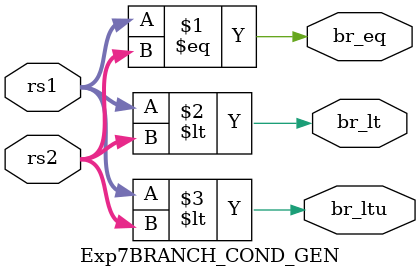
<source format=sv>
`timescale 1ns / 1ps


module Exp7BRANCH_COND_GEN #(parameter n = 32)(
    input [n-1:0] rs1,
    input [n-1:0] rs2,
    output br_eq,
    output br_lt,
    output br_ltu
    );
    
    assign br_eq = rs1 == rs2;
    assign br_lt = $signed(rs1) < $signed(rs2);
    assign br_ltu = $unsigned(rs1) < $unsigned(rs2);
    
endmodule

</source>
